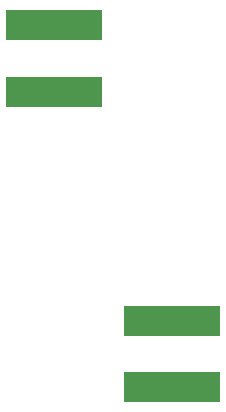
<source format=gbr>
%TF.GenerationSoftware,KiCad,Pcbnew,(6.0.10)*%
%TF.CreationDate,2023-02-21T22:54:33+08:00*%
%TF.ProjectId,LutrarmyMic_BatPwr,4c757472-6172-46d7-994d-69635f426174,rev?*%
%TF.SameCoordinates,Original*%
%TF.FileFunction,Paste,Top*%
%TF.FilePolarity,Positive*%
%FSLAX46Y46*%
G04 Gerber Fmt 4.6, Leading zero omitted, Abs format (unit mm)*
G04 Created by KiCad (PCBNEW (6.0.10)) date 2023-02-21 22:54:33*
%MOMM*%
%LPD*%
G01*
G04 APERTURE LIST*
%ADD10R,8.200000X2.600000*%
G04 APERTURE END LIST*
D10*
%TO.C,L2*%
X138500000Y-123200000D03*
X138500000Y-128800000D03*
%TD*%
%TO.C,L1*%
X128500000Y-98200000D03*
X128500000Y-103800000D03*
%TD*%
M02*

</source>
